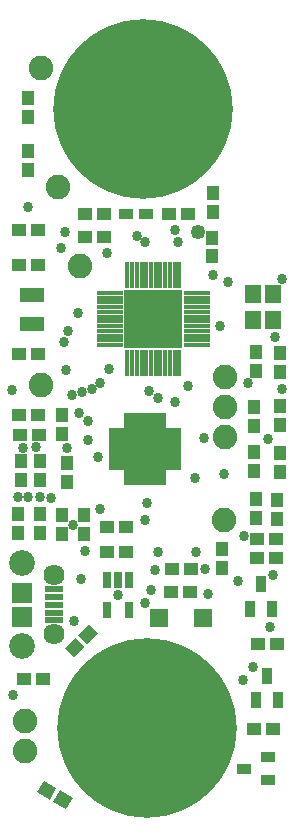
<source format=gbr>
G04 EAGLE Gerber RS-274X export*
G75*
%MOMM*%
%FSLAX34Y34*%
%LPD*%
%INSoldermask Top*%
%IPPOS*%
%AMOC8*
5,1,8,0,0,1.08239X$1,22.5*%
G01*
%ADD10R,1.253200X1.103200*%
%ADD11R,1.603200X1.603200*%
%ADD12R,0.753200X1.403200*%
%ADD13C,2.082800*%
%ADD14R,1.219200X0.838200*%
%ADD15R,0.853200X1.453200*%
%ADD16R,1.103200X1.253200*%
%ADD17R,0.473200X1.353200*%
%ADD18R,1.353200X0.473200*%
%ADD19R,3.353200X3.353200*%
%ADD20R,2.203200X0.403200*%
%ADD21R,0.403200X2.203200*%
%ADD22R,4.903200X4.903200*%
%ADD23C,1.111200*%
%ADD24R,2.103200X1.303200*%
%ADD25R,1.403200X1.603200*%
%ADD26R,1.553200X0.603200*%
%ADD27C,1.785400*%
%ADD28C,2.183200*%
%ADD29R,1.753200X1.703200*%
%ADD30R,1.303200X0.953200*%
%ADD31C,0.858000*%
%ADD32C,1.253200*%
%ADD33C,1.346200*%
%ADD34C,15.203200*%


D10*
G36*
X50860Y-11591D02*
X61712Y-17857D01*
X56196Y-27409D01*
X45344Y-21143D01*
X50860Y-11591D01*
G37*
G36*
X37004Y-3591D02*
X47856Y-9857D01*
X42340Y-19409D01*
X31488Y-13143D01*
X37004Y-3591D01*
G37*
G36*
X71674Y109873D02*
X62813Y101012D01*
X55012Y108813D01*
X63873Y117674D01*
X71674Y109873D01*
G37*
G36*
X82988Y121187D02*
X74127Y112326D01*
X66326Y120127D01*
X75187Y128988D01*
X82988Y121187D01*
G37*
X218570Y112640D03*
X234570Y112640D03*
D11*
X171900Y134600D03*
X134900Y134600D03*
D12*
X109500Y166700D03*
X100000Y166700D03*
X90500Y166700D03*
X90500Y140700D03*
X109500Y140700D03*
D13*
X21200Y47500D03*
X21200Y22100D03*
D14*
X206800Y6800D03*
X226800Y16300D03*
X226800Y-2700D03*
D10*
X234000Y201620D03*
X218000Y201620D03*
X20400Y82400D03*
X36400Y82400D03*
D15*
X211500Y142000D03*
X230500Y142000D03*
X221000Y163000D03*
D10*
X161000Y156000D03*
X145000Y156000D03*
D16*
X15500Y206000D03*
X15500Y222000D03*
X34000Y206000D03*
X34000Y222000D03*
D17*
X108000Y253500D03*
X113000Y253500D03*
X118000Y253500D03*
X123000Y253500D03*
X128000Y253500D03*
X133000Y253500D03*
X138000Y253500D03*
D18*
X147000Y262500D03*
X147000Y267500D03*
X147000Y272500D03*
X147000Y277500D03*
X147000Y282500D03*
X147000Y287500D03*
X147000Y292500D03*
D17*
X138000Y301500D03*
X133000Y301500D03*
X128000Y301500D03*
X123000Y301500D03*
X118000Y301500D03*
X113000Y301500D03*
X108000Y301500D03*
D18*
X99000Y292500D03*
X99000Y287500D03*
X99000Y282500D03*
X99000Y277500D03*
X99000Y272500D03*
X99000Y267500D03*
X99000Y262500D03*
D19*
X123000Y277500D03*
D16*
X53000Y306000D03*
X53000Y290000D03*
X23500Y530000D03*
X23500Y514000D03*
X188500Y176500D03*
X188500Y192500D03*
D10*
X145500Y175500D03*
X161500Y175500D03*
D16*
X24000Y558500D03*
X24000Y574500D03*
D10*
X218000Y185000D03*
X234000Y185000D03*
X32500Y306500D03*
X16500Y306500D03*
D16*
X71500Y221500D03*
X71500Y205500D03*
X57000Y249500D03*
X57000Y265500D03*
X235000Y234500D03*
X235000Y218500D03*
X215500Y259000D03*
X215500Y275000D03*
X217000Y235000D03*
X217000Y219000D03*
D10*
X91000Y211000D03*
X107000Y211000D03*
X91000Y190000D03*
X107000Y190000D03*
D20*
X93000Y409500D03*
X93000Y405500D03*
X93000Y401500D03*
X93000Y397500D03*
X93000Y393500D03*
X93000Y389500D03*
X93000Y385500D03*
X93000Y381500D03*
X93000Y377500D03*
X93000Y373500D03*
X93000Y369500D03*
X93000Y365500D03*
D21*
X108000Y350500D03*
X112000Y350500D03*
X116000Y350500D03*
X120000Y350500D03*
X124000Y350500D03*
X128000Y350500D03*
X132000Y350500D03*
X136000Y350500D03*
X140000Y350500D03*
X144000Y350500D03*
X148000Y350500D03*
X152000Y350500D03*
D20*
X167000Y365500D03*
X167000Y369500D03*
X167000Y373500D03*
X167000Y377500D03*
X167000Y381500D03*
X167000Y385500D03*
X167000Y389500D03*
X167000Y393500D03*
X167000Y397500D03*
X167000Y401500D03*
X167000Y405500D03*
X167000Y409500D03*
D21*
X152000Y424500D03*
X148000Y424500D03*
X144000Y424500D03*
X140000Y424500D03*
X136000Y424500D03*
X132000Y424500D03*
X128000Y424500D03*
X124000Y424500D03*
X120000Y424500D03*
X116000Y424500D03*
X112000Y424500D03*
X108000Y424500D03*
D22*
X130000Y387500D03*
D23*
X112000Y405500D03*
X112000Y393500D03*
X112000Y381500D03*
X112000Y369500D03*
X124000Y405500D03*
X124000Y393500D03*
X124000Y381500D03*
X124000Y369500D03*
X136000Y405500D03*
X136000Y393500D03*
X136000Y381500D03*
X136000Y369500D03*
X148000Y405500D03*
X148000Y393500D03*
X148000Y381500D03*
X148000Y369500D03*
D10*
X32500Y462500D03*
X16500Y462500D03*
X16000Y433000D03*
X32000Y433000D03*
X16500Y357500D03*
X32500Y357500D03*
D16*
X53000Y221500D03*
X53000Y205500D03*
X180500Y494000D03*
X180500Y478000D03*
X180000Y440500D03*
X180000Y456500D03*
X237000Y343000D03*
X237000Y359000D03*
D10*
X159500Y476500D03*
X143500Y476500D03*
D16*
X215500Y297000D03*
X215500Y313000D03*
X216500Y359500D03*
X216500Y343500D03*
X237000Y313500D03*
X237000Y297500D03*
D10*
X33000Y289000D03*
X17000Y289000D03*
X72500Y457000D03*
X88500Y457000D03*
D24*
X27500Y383000D03*
X27500Y408000D03*
D25*
X214500Y409000D03*
X214500Y387000D03*
X231500Y387000D03*
X231500Y409000D03*
D26*
X45480Y158500D03*
X45480Y152000D03*
X45480Y145500D03*
X45480Y139000D03*
X45480Y132500D03*
D27*
X45480Y170500D03*
X45480Y120500D03*
D28*
X18480Y180500D03*
X18480Y110500D03*
D29*
X18480Y155500D03*
X18480Y135500D03*
D16*
X237000Y258000D03*
X237000Y274000D03*
D10*
X231000Y40000D03*
X215000Y40000D03*
D15*
X216500Y64500D03*
X235500Y64500D03*
X226000Y85500D03*
D16*
X18000Y251000D03*
X18000Y267000D03*
X34000Y267000D03*
X34000Y251000D03*
D30*
X123500Y476000D03*
X106500Y476000D03*
D13*
X49000Y499000D03*
X190000Y217000D03*
X35000Y600000D03*
X35000Y332000D03*
X68000Y432000D03*
X191000Y338000D03*
X191000Y288000D03*
X191000Y313000D03*
D10*
X88000Y476000D03*
X72000Y476000D03*
D31*
X10779Y69006D03*
X176000Y155000D03*
X63157Y132157D03*
X214000Y93000D03*
X100000Y154000D03*
X83201Y270799D03*
X66941Y308000D03*
X10349Y327002D03*
X229000Y127000D03*
X72000Y191000D03*
X15000Y237000D03*
X57000Y278000D03*
X123000Y453000D03*
X239106Y421000D03*
X148000Y463000D03*
D32*
X168000Y461000D03*
D31*
X207000Y204000D03*
X231000Y171000D03*
X52000Y448000D03*
D33*
X123000Y277500D03*
D31*
X227000Y286000D03*
X210000Y333000D03*
X206000Y82000D03*
X239106Y328000D03*
X180562Y425000D03*
X91000Y443000D03*
X62230Y213360D03*
X92000Y344941D03*
X69000Y167000D03*
X34000Y237000D03*
X190000Y256000D03*
X173000Y287000D03*
X85059Y227000D03*
X128000Y158000D03*
X123000Y217000D03*
X24000Y237000D03*
X159000Y331000D03*
X126201Y326201D03*
X85000Y333000D03*
X133941Y321000D03*
X78000Y328000D03*
X148000Y317000D03*
X69326Y326000D03*
X131000Y175000D03*
X166000Y190000D03*
X24003Y482727D03*
X54000Y368000D03*
X56000Y344000D03*
X31000Y279000D03*
X43000Y236000D03*
X134000Y190000D03*
X165000Y253000D03*
X125000Y232000D03*
X75000Y301000D03*
X75000Y285000D03*
X61000Y323000D03*
X58000Y377000D03*
X66000Y393000D03*
X19432Y278006D03*
X186503Y381539D03*
X151000Y453000D03*
D34*
X125000Y41000D03*
D31*
X174000Y176000D03*
D34*
X121000Y565000D03*
D31*
X233000Y372000D03*
X193000Y419000D03*
X123000Y147000D03*
X202000Y166000D03*
X116000Y458000D03*
X55000Y461000D03*
M02*

</source>
